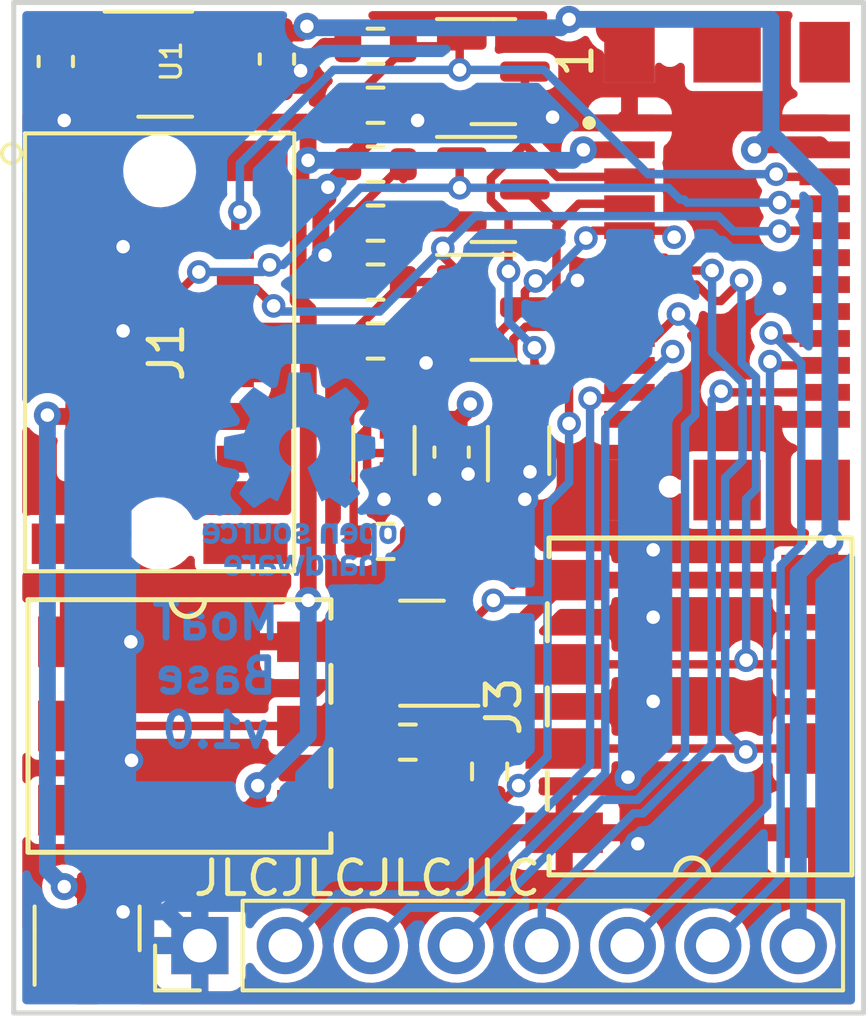
<source format=kicad_pcb>
(kicad_pcb (version 20211014) (generator pcbnew)
  (layers (0 "F.Cu" signal) (31 "B.Cu" signal) (34 "B.Paste" user) (35 "F.Paste" user) (36 "B.SilkS" user "B.Silkscreen") (37 "F.SilkS" user "F.Silkscreen") (38 "B.Mask" user) (39 "F.Mask" user) (44 "Edge.Cuts" user))
  (net 0 "")
  (net 1 "GNDPWR")
  (net 2 "Net-(J2-Pad20)")
  (net 3 "Net-(J2-Pad18)")
  (net 4 "Net-(J2-Pad17)")
  (net 5 "+12V")
  (net 6 "GND")
  (net 7 "+24V")
  (net 8 "+5V")
  (net 9 "+3V3")
  (net 11 "/1wire_3")
  (net 12 "Net-(J2-Pad19)")
  (net 13 "Net-(J2-Pad21)")
  (net 14 "Net-(J2-Pad22)")
  (net 15 "/bus_en")
  (net 16 "Net-(J2-Pad13)")
  (net 18 "Net-(J2-Pad11)")
  (net 19 "/Bus3_out")
  (net 20 "/Bus3_in")
  (net 21 "/Bus2_out")
  (net 22 "/Bus2_in")
  (net 23 "/Bus1_out")
  (net 24 "/Bus1_in")
  (net 25 "/1wire_5")
  (net 26 "Net-(R9-Pad1)")
  (footprint "Resistor_SMD:R_0603_1608Metric" (layer "F.Cu") (at 33.5 22.5 180)
    (fp_text reference "R3" hide)
    (fp_text value "1M" hide)
  )
  (footprint "Connector_PinHeader_2.54mm:PinHeader_1x08_P2.54mm_Vertical" (layer "F.Cu") (at 28.28 49.2 90)
    (fp_text reference "J4" hide)
    (fp_text value "Conn_01x08" hide)
  )
  (footprint "Resistor_SMD:R_0603_1608Metric" (layer "F.Cu") (at 34.46 43.16)
    (fp_text reference "R2" hide)
    (fp_text value "10k")
  )
  (footprint "Package_TO_SOT_SMD:SOT-23-5" (layer "F.Cu") (at 27.25 23.03)
    (fp_text reference "U1")
    (fp_text value "MIC5504")
  )
  (footprint "Package_TO_SOT_SMD:SOT-23" (layer "F.Cu") (at 24.93 48.69 90)
    (fp_text reference "D1" hide)
    (fp_text value "BAT54S")
  )
  (footprint "Resistor_SMD:R_0603_1608Metric" (layer "F.Cu") (at 33.5 29.5 180)
    (fp_text reference "R8" hide)
    (fp_text value "1M")
  )
  (footprint "Capacitor_SMD:C_0603_1608Metric" (layer "F.Cu") (at 30.57 22.88 -90)
    (fp_text reference "C2" hide)
    (fp_text value "1µ")
  )
  (footprint "Resistor_SMD:R_0603_1608Metric" (layer "F.Cu") (at 33.8 37.2)
    (fp_text reference "R9" hide)
    (fp_text value "10k")
  )
  (footprint "Resistor_SMD:R_0603_1608Metric" (layer "F.Cu") (at 33.5 31.25)
    (fp_text reference "R6" hide)
    (fp_text value "470")
  )
  (footprint "localstuff:AVX_9276_3Pin" (layer "F.Cu") (at 27.925 42.68 -90)
    (fp_text reference "J10" hide)
    (fp_text value "1wireConn")
  )
  (footprint "Package_TO_SOT_SMD:SOT-23" (layer "F.Cu") (at 34.88 40.52 180)
    (fp_text reference "Q1" hide)
    (fp_text value "2N7002")
  )
  (footprint "Package_TO_SOT_SMD:SOT-23" (layer "F.Cu") (at 37 26.75)
    (fp_text reference "Q3" hide)
    (fp_text value "2N7002")
  )
  (footprint "Package_TO_SOT_SMD:SOT-23" (layer "F.Cu") (at 37 23.25)
    (fp_text reference "Q2" hide)
    (fp_text value "2N7002")
  )
  (footprint "localstuff:MoaT_12_Pin_V" (layer "F.Cu") (at 27.085 31.585 -90)
    (fp_text reference "J1")
    (fp_text value "Moat_Wire_12" hide)
  )
  (footprint "Package_DFN_QFN:ST_UQFN-6L_1.5x1.7mm_Pitch0.5mm" (layer "F.Cu") (at 37.75 34.5 90)
    (fp_text reference "U2" hide)
    (fp_text value "LTC4311" hide)
  )
  (footprint "Resistor_SMD:R_0603_1608Metric" (layer "F.Cu") (at 36.89 44.03 -90)
    (fp_text reference "R1" hide)
    (fp_text value "10k")
  )
  (footprint "localstuff:TE_1775014_socket" (layer "F.Cu") (at 43.945 29.175 -90)
    (fp_text reference "J2" hide)
    (fp_text value "Moat_Bus_wire" hide)
  )
  (footprint "Capacitor_SMD:C_0603_1608Metric" (layer "F.Cu") (at 24 22.95 -90)
    (fp_text reference "C1" hide)
    (fp_text value "1µ" hide)
  )
  (footprint "Resistor_SMD:R_0603_1608Metric" (layer "F.Cu") (at 33.5 27.75)
    (fp_text reference "R5" hide)
    (fp_text value "470")
  )
  (footprint "Package_TO_SOT_SMD:SOT-23" (layer "F.Cu") (at 37 30.25)
    (fp_text reference "Q4" hide)
    (fp_text value "2N7002")
  )
  (footprint "localstuff:AVX_9276_4Pin_HS" (layer "F.Cu") (at 42.905 42.1 90)
    (fp_text reference "J3")
    (fp_text value "I2C")
  )
  (footprint "Package_DFN_QFN:ST_UQFN-6L_1.5x1.7mm_Pitch0.5mm" (layer "F.Cu") (at 33.75 34.5 90)
    (fp_text reference "U3" hide)
    (fp_text value "LTC4311" hide)
  )
  (footprint "Capacitor_SMD:C_0603_1608Metric" (layer "F.Cu") (at 35.76 34.55 -90)
    (fp_text reference "C3" hide)
    (fp_text value "100n")
  )
  (footprint "Resistor_SMD:R_0603_1608Metric" (layer "F.Cu") (at 33.5 24.25)
    (fp_text reference "R7" hide)
    (fp_text value "470")
  )
  (footprint "Resistor_SMD:R_0603_1608Metric" (layer "F.Cu") (at 33.5 26 180)
    (fp_text reference "R4" hide)
    (fp_text value "1M")
  )
  (footprint "Symbol:OSHW-Logo_5.7x6mm_Copper" (layer "B.Cu") (at 31.25 35.2 180)
    (fp_text reference "REF**" hide)
    (fp_text value "OSHW-Logo_5.7x6mm_Copper" hide)
  )
  (gr_line (start 48 21.2) (end 48 51.2) (layer "Edge.Cuts") (width 0.15))
  (gr_line (start 48 51.2) (end 22.75 51.2) (layer "Edge.Cuts") (width 0.15))
  (gr_line (start 22.75 51.2) (end 22.75 21.2) (layer "Edge.Cuts") (width 0.15))
  (gr_line (start 22.75 21.2) (end 48 21.2) (layer "Edge.Cuts") (width 0.15))
  (gr_text "MoaT\nBase\nv1.0" (at 28.75 41.2) (layer "B.Cu") (effects (font (size 1 1) (thickness 0.2)) (justify mirror)))
  (gr_text "JLCJLCJLCJLC" (at 33.25 47.2) (layer "F.SilkS") (effects (font (size 1 1))))
  (segment (start 23.79 33.49) (end 23.75 33.45) (width 0.5) (layer "F.Cu") (net 1))
  (segment (start 24.835 33.49) (end 23.79 33.49) (width 0.5) (layer "F.Cu") (net 1))
  (segment (start 24.25 47.45) (end 24.6275 47.45) (width 0.5) (layer "F.Cu") (net 1))
  (segment (start 24.6275 47.45) (end 24.93 47.7525) (width 0.5) (layer "F.Cu") (net 1))
  (via (at 23.75 33.45) (size 0.8) (drill 0.4) (layers "F.Cu" "B.Cu") (net 1))
  (via (at 24.25 47.45) (size 0.8) (drill 0.4) (layers "F.Cu" "B.Cu") (net 1))
  (segment (start 23.75 46.95) (end 24.25 47.45) (width 0.5) (layer "B.Cu") (net 1))
  (segment (start 23.75 33.45) (end 23.75 46.95) (width 0.5) (layer "B.Cu") (net 1))
  (segment (start 46.845 31.975) (end 45.33316 31.975) (width 0.25) (layer "F.Cu") (net 2))
  (segment (start 45.33316 31.975) (end 45.219435 31.861275) (width 0.25) (layer "F.Cu") (net 2))
  (via (at 45.219435 31.861275) (size 0.7) (drill 0.4) (layers "F.Cu" "B.Cu") (net 2))
  (segment (start 45.135978 45.044022) (end 45.13598 37.757256) (width 0.25) (layer "B.Cu") (net 2))
  (segment (start 40.98 49.2) (end 45.135978 45.044022) (width 0.25) (layer "B.Cu") (net 2))
  (segment (start 45.219435 37.673802) (end 45.219435 31.861275) (width 0.25) (layer "B.Cu") (net 2))
  (segment (start 45.13598 37.757256) (end 45.219435 37.673802) (width 0.25) (layer "B.Cu") (net 2))
  (segment (start 46.845 31.175) (end 45.417411 31.175) (width 0.25) (layer "F.Cu") (net 3))
  (segment (start 45.417411 31.175) (end 45.254183 31.011772) (width 0.25) (layer "F.Cu") (net 3))
  (via (at 45.254183 31.011772) (size 0.7) (drill 0.4) (layers "F.Cu" "B.Cu") (net 3))
  (segment (start 46.14951 37.30872) (end 46.14951 31.907099) (width 0.25) (layer "B.Cu") (net 3))
  (segment (start 43.52 49.2) (end 45.535489 47.184511) (width 0.25) (layer "B.Cu") (net 3))
  (segment (start 45.53549 37.92274) (end 46.14951 37.30872) (width 0.25) (layer "B.Cu") (net 3))
  (segment (start 45.535489 47.184511) (end 45.53549 37.92274) (width 0.25) (layer "B.Cu") (net 3))
  (segment (start 46.14951 31.907099) (end 45.254183 31.011772) (width 0.25) (layer "B.Cu") (net 3))
  (segment (start 41.775 31.175) (end 42.5 30.45) (width 0.25) (layer "F.Cu") (net 4))
  (segment (start 41.045 31.175) (end 41.775 31.175) (width 0.25) (layer "F.Cu") (net 4))
  (via (at 42.5 30.45) (size 0.7) (drill 0.4) (layers "F.Cu" "B.Cu") (net 4))
  (segment (start 43 30.95) (end 42.5 30.45) (width 0.25) (layer "B.Cu") (net 4))
  (segment (start 40.225499 44.874501) (end 41.279389 44.874501) (width 0.25) (layer "B.Cu") (net 4))
  (segment (start 42.695011 43.458879) (end 42.695011 33.754989) (width 0.25) (layer "B.Cu") (net 4))
  (segment (start 35.9 49.2) (end 40.225499 44.874501) (width 0.25) (layer "B.Cu") (net 4))
  (segment (start 43 33.45) (end 43 30.95) (width 0.25) (layer "B.Cu") (net 4))
  (segment (start 42.695011 33.754989) (end 43 33.45) (width 0.25) (layer "B.Cu") (net 4))
  (segment (start 41.279389 44.874501) (end 42.695011 43.458879) (width 0.25) (layer "B.Cu") (net 4))
  (segment (start 34.8 31.25) (end 36.0125 31.25) (width 0.5) (layer "F.Cu") (net 6))
  (segment (start 42.625 33.575) (end 41.045 33.575) (width 0.5) (layer "F.Cu") (net 6))
  (segment (start 41.35 45.85) (end 41.35 46.118882) (width 0.5) (layer "F.Cu") (net 6))
  (segment (start 24 24.45) (end 24.25 24.7) (width 0.5) (layer "F.Cu") (net 6))
  (segment (start 32.675 22.5) (end 31.996112 22.5) (width 0.5) (layer "F.Cu") (net 6))
  (segment (start 27.27 32.22) (end 26 30.95) (width 0.5) (layer "F.Cu") (net 6))
  (segment (start 32.675 29.5) (end 32.675 29.4) (width 0.5) (layer "F.Cu") (net 6))
  (segment (start 26.23 40.18) (end 24.375 40.18) (width 0.5) (layer "F.Cu") (net 6))
  (segment (start 26 28.45) (end 24.875 28.45) (width 0.5) (layer "F.Cu") (net 6))
  (segment (start 42.625 32.569153) (end 45.503947 29.690206) (width 0.5) (layer "F.Cu") (net 6))
  (segment (start 32.084011 26.684766) (end 32.084011 27.01814) (width 0.5) (layer "F.Cu") (net 6))
  (segment (start 25.88 49.6275) (end 25.88 48.32) (width 0.5) (layer "F.Cu") (net 6))
  (segment (start 46.845 24.775) (end 41.045 24.775) (width 0.5) (layer "F.Cu") (net 6))
  (segment (start 32.675 29.5) (end 32.675 29.375) (width 0.5) (layer "F.Cu") (net 6))
  (segment (start 34.325 24.25) (end 34.325 24.275) (width 0.5) (layer "F.Cu") (net 6))
  (segment (start 33.75 35.15) (end 33.75 35.95) (width 0.25) (layer "F.Cu") (net 6))
  (segment (start 41.35 46.118882) (end 41.291832 46.17705) (width 0.5) (layer "F.Cu") (net 6))
  (segment (start 38.931855 24.775) (end 38.760852 24.603997) (width 0.5) (layer "F.Cu") (net 6))
  (segment (start 24.875 28.45) (end 24.835 28.41) (width 0.5) (layer "F.Cu") (net 6))
  (segment (start 34.325 24.275) (end 34.75 24.7) (width 0.5) (layer "F.Cu") (net 6))
  (segment (start 43.551468 33.824529) (end 43.535497 33.840501) (width 0.25) (layer "F.Cu") (net 6))
  (segment (start 35.25 35.15) (end 35.25 35.95) (width 0.25) (layer "F.Cu") (net 6))
  (segment (start 31.475 40.18) (end 31.475 40.0325) (width 0.5) (layer "F.Cu") (net 6))
  (segment (start 35.25 35.95) (end 35.5 35.95) (width 0.25) (layer "F.Cu") (net 6))
  (segment (start 45.619153 29.575) (end 45.503947 29.690206) (width 0.25) (layer "F.Cu") (net 6))
  (segment (start 46.845 29.575) (end 45.619153 29.575) (width 0.5) (layer "F.Cu") (net 6))
  (segment (start 32.675 26.093777) (end 32.084011 26.684766) (width 0.5) (layer "F.Cu") (net 6))
  (segment (start 31.475 40.18) (end 31.645 40.18) (width 0.5) (layer "F.Cu") (net 6))
  (segment (start 35.75 35.15) (end 36.2 35.15) (width 0.25) (layer "F.Cu") (net 6))
  (segment (start 41.045 24.775) (end 40.920499 24.650499) (width 0.5) (layer "F.Cu") (net 6))
  (segment (start 24.695 23.03) (end 26.1125 23.03) (width 0.5) (layer "F.Cu") (net 6))
  (segment (start 35.5625 24.7) (end 36.0625 24.2) (width 0.5) (layer "F.Cu") (net 6))
  (segment (start 41.045 24.775) (end 38.931855 24.775) (width 0.5) (layer "F.Cu") (net 6))
  (segment (start 41 44.2) (end 41 45.885218) (width 0.5) (layer "F.Cu") (net 6))
  (segment (start 30.57 23.655) (end 30.841112 23.655) (width 0.5) (layer "F.Cu") (net 6))
  (segment (start 31.996112 22.5) (end 31.273056 23.223056) (width 0.5) (layer "F.Cu") (net 6))
  (segment (start 38.25 35.15) (end 38.233419 35.133419) (width 0.25) (layer "F.Cu") (net 6))
  (segment (start 41.75 37.45) (end 41.5 37.2) (width 0.5) (layer "F.Cu") (net 6))
  (segment (start 46.845 33.575) (end 42.625 33.575) (width 0.5) (layer "F.Cu") (net 6))
  (segment (start 34.625 36.575) (end 35.25 35.95) (width 0.5) (layer "F.Cu") (net 6))
  (segment (start 32.675 26) (end 32.675 26.093777) (width 0.5) (layer "F.Cu") (net 6))
  (segment (start 32.675 29.4) (end 34.325 27.75) (width 0.5) (layer "F.Cu") (net 6))
  (segment (start 29.335 32.22) (end 27.27 32.22) (width 0.5) (layer "F.Cu") (net 6))
  (segment (start 36.0125 31.25) (end 36.0625 31.2) (width 0.5) (layer "F.Cu") (net 6))
  (segment (start 31.87548 27.226671) (end 31.87548 28.57548) (width 0.5) (layer "F.Cu") (net 6))
  (segment (start 32.675 26) (end 32.675 25.9) (width 0.5) (layer "F.Cu") (net 6))
  (segment (start 36.2 35.15) (end 36.25 35.2) (width 0.25) (layer "F.Cu") (net 6))
  (segment (start 34.325 27.75) (end 36.0125 27.75) (width 0.5) (layer "F.Cu") (net 6))
  (segment (start 39.1845 37.2) (end 37.9345 35.95) (width 0.5) (layer "F.Cu") (net 6))
  (segment (start 39.105 45.85) (end 41.35 45.85) (width 0.5) (layer "F.Cu") (net 6))
  (segment (start 37.75 35.15) (end 37.75 35.7655) (width 0.25) (layer "F.Cu") (net 6))
  (segment (start 41.5 37.2) (end 39.1845 37.2) (width 0.5) (layer "F.Cu") (net 6))
  (segment (start 26 30.95) (end 24.835 30.95) (width 0.5) (layer "F.Cu") (net 6))
  (segment (start 34.75 24.7) (end 35.5625 24.7) (width 0.5) (layer "F.Cu") (net 6))
  (segment (start 35.5 35.95) (end 35.75 35.7) (width 0.25) (layer "F.Cu") (net 6))
  (segment (start 32.084011 27.01814) (end 31.87548 27.226671) (width 0.5) (layer "F.Cu") (net 6))
  (segment (start 32.675 29.375) (end 32 28.7) (width 0.5) (layer "F.Cu") (net 6))
  (segment (start 35.002977 31.452977) (end 35.002977 31.9005) (width 0.5) (layer "F.Cu") (net 6))
  (segment (start 24 23.725) (end 24 24.45) (width 0.5) (layer "F.Cu") (net 6))
  (segment (start 30.841112 23.655) (end 31.273056 23.223056) (width 0.5) (layer "F.Cu") (net 6))
  (segment (start 37.75 35.7655) (end 37.9345 35.95) (width 0.25) (layer "F.Cu") (net 6))
  (segment (start 31.645 40.18) (end 34.625 37.2) (width 0.5) (layer "F.Cu") (net 6))
  (segment (start 34.325 31.25) (end 34.8 31.25) (width 0.5) (layer "F.Cu") (net 6))
  (segment (start 34.625 37.2) (end 34.625 36.575) (width 0.5) (layer "F.Cu") (net 6))
  (segment (start 41.35 45.85) (end 46.605 45.85) (width 0.5) (layer "F.Cu") (net 6))
  (segment (start 38.233419 35.133419) (end 38.089022 35.133419) (width 0.25) (layer "F.Cu") (net 6))
  (segment (start 34.8 31.25) (end 35.002977 31.452977) (width 0.5) (layer "F.Cu") (net 6))
  (segment (start 25.88 48.32) (end 26 48.2) (width 0.5) (layer "F.Cu") (net 6))
  (segment (start 31.475 40.18) (end 26.23 40.18) (width 0.5) (layer "F.Cu") (net 6))
  (segment (start 31.87548 28.57548) (end 32 28.7) (width 0.5) (layer "F.Cu") (net 6))
  (segment (start 32.675 25.9) (end 34.325 24.25) (width 0.5) (layer "F.Cu") (net 6))
  (segment (start 42.625 33.575) (end 42.625 32.569153) (width 0.5) (layer "F.Cu") (net 6))
  (segment (start 23.98 49.6275) (end 25.88 49.6275) (width 0.5) (layer "F.Cu") (net 6))
  (segment (start 41 45.885218) (end 41.291832 46.17705) (width 0.5) (layer "F.Cu") (net 6))
  (segment (start 36.0125 27.75) (end 36.0625 27.7) (width 0.5) (layer "F.Cu") (net 6))
  (segment (start 24 23.725) (end 24.695 23.03) (width 0.5) (layer "F.Cu") (net 6))
  (via (at 41 44.2) (size 0.8) (drill 0.4) (layers "F.Cu" "B.Cu") (net 6))
  (via (at 36.25 35.2) (size 0.7) (drill 0.4) (layers "F.Cu" "B.Cu") (net 6))
  (via (at 39.5 29.45) (size 0.7) (drill 0.4) (layers "F.Cu" "B.Cu") (net 6))
  (via (at 33.75 35.95) (size 0.8) (drill 0.4) (layers "F.Cu" "B.Cu") (net 6))
  (via (at 32.084011 26.684766) (size 0.8) (drill 0.4) (layers "F.Cu" "B.Cu") (net 6))
  (via (at 41.75 39.45) (size 0.7) (drill 0.4) (layers "F.Cu" "B.Cu") (net 6))
  (via (at 37.9345 35.95) (size 0.8) (drill 0.4) (layers "F.Cu" "B.Cu") (net 6))
  (via (at 26.23 40.18) (size 0.8) (drill 0.4) (layers "F.Cu" "B.Cu") (net 6))
  (via (at 35.25 35.95) (size 0.8) (drill 0.4) (layers "F.Cu" "B.Cu") (net 6))
  (via (at 35.002977 31.9005) (size 0.8) (drill 0.4) (layers "F.Cu" "B.Cu") (net 6))
  (via (at 26 48.2) (size 0.8) (drill 0.4) (layers "F.Cu" "B.Cu") (net 6))
  (via (at 41.291832 46.17705) (size 0.8) (drill 0.4) (layers "F.Cu" "B.Cu") (net 6))
  (via (at 32 28.7) (size 0.8) (drill 0.4) (layers "F.Cu" "B.Cu") (net 6))
  (via (at 26 28.45) (size 0.8) (drill 0.4) (layers "F.Cu" "B.Cu") (net 6))
  (via (at 26.25 43.7) (size 0.7) (drill 0.4) (layers "F.Cu" "B.Cu") (net 6))
  (via (at 41.75 37.45) (size 0.8) (drill 0.4) (layers "F.Cu" "B.Cu") (net 6))
  (via (at 45.503947 29.690206) (size 0.7) (drill 0.4) (layers "F.Cu" "B.Cu") (net 6))
  (via (at 38.089022 35.133419) (size 0.7) (drill 0.4) (layers "F.Cu" "B.Cu") (net 6))
  (via (at 24.25 24.7) (size 0.8) (drill 0.4) (layers "F.Cu" "B.Cu") (net 6))
  (via (at 41.75 41.95) (size 0.7) (drill 0.4) (layers "F.Cu" "B.Cu") (net 6))
  (via (at 31.273056 23.223056) (size 0.8) (drill 0.4) (layers "F.Cu" "B.Cu") (net 6))
  (via (at 34.75 24.7) (size 0.8) (drill 0.4) (layers "F.Cu" "B.Cu") (net 6))
  (via (at 38.760852 24.603997) (size 0.8) (drill 0.4) (layers "F.Cu" "B.Cu") (net 6))
  (via (at 26 30.95) (size 0.8) (drill 0.4) (layers "F.Cu" "B.Cu") (net 6))
  (segment (start 38.022441 35.2) (end 38.089022 35.133419) (width 0.25) (layer "B.Cu") (net 6))
  (segment (start 45.503947 29.274699) (end 44.843022 28.613774) (width 0.5) (layer "B.Cu") (net 6))
  (segment (start 24.78 41.63) (end 26.23 40.18) (width 0.5) (layer "B.Cu") (net 6))
  (segment (start 35.25 42.2) (end 35.25 35.95) (width 0.5) (layer "B.Cu") (net 6))
  (segment (start 39 32.2) (end 35.302477 32.2) (width 0.5) (layer "B.Cu") (net 6))
  (segment (start 38.546112 24.7) (end 38.648056 24.801944) (width 0.5) (layer "B.Cu") (net 6))
  (segment (start 41.75 39.45) (end 41.75 37.45) (width 0.5) (layer "B.Cu") (net 6))
  (segment (start 35.002977 31.9005) (end 35.002977 35.702977) (width 0.5) (layer "B.Cu") (net 6))
  (segment (start 26 30.95) (end 26 28.45) (width 0.5) (layer "B.Cu") (net 6))
  (segment (start 42.655204 28.942265) (end 42.257735 28.942265) (width 0.5) (layer "B.Cu") (net 6))
  (segment (start 36.25 35.2) (end 38.022441 35.2) (width 0.25) (layer "B.Cu") (net 6))
  (segment (start 32.084011 26.684766) (end 31.265234 26.684766) (width 0.5) (layer "B.Cu") (net 6))
  (segment (start 26.23 40.18) (end 26 39.95) (width 0.5) (layer "B.Cu") (net 6))
  (segment (start 44.016819 28.613774) (end 43.776448 28.373403) (width 0.5) (layer "B.Cu") (net 6))
  (segment (start 35.002977 35.702977) (end 35.25 35.95) (width 0.5) (layer "B.Cu") (net 6))
  (segment (start 26 39.95) (end 26 30.95) (width 0.5) (layer "B.Cu") (net 6))
  (segment (start 24.25 24.7) (end 24.25 26.7) (width 0.5) (layer "B.Cu") (net 6))
  (segment (start 43.120501 28.476968) (end 42.655204 28.942265) (width 0.5) (layer "B.Cu") (net 6))
  (segment (start 26.25 28.2) (end 26 28.45) (width 0.5) (layer "B.Cu") (net 6))
  (segment (start 43.120501 28.40844) (end 43.120501 28.476968) (width 0.5) (layer "B.Cu") (net 6))
  (segment (start 27.28 48.2) (end 27.529511 47.950489) (width 0.5) (layer "B.Cu") (net 6))
  (segment (start 24.25 26.7) (end 26 28.45) (width 0.5) (layer "B.Cu") (net 6))
  (segment (start 41.75 41.95) (end 41.75 43.45) (width 0.5) (layer "B.Cu") (net 6))
  (segment (start 42.257735 28.942265) (end 39 32.2) (width 0.5) (layer "B.Cu") (net 6))
  (segment (start 35.25 35.95) (end 37.9345 35.95) (width 0.5) (layer "B.Cu") (net 6))
  (segment (start 27.28 48.2) (end 28.28 49.2) (width 0.5) (layer "B.Cu") (net 6))
  (segment (start 43.776448 28.373403) (end 43.155538 28.373403) (width 0.5) (layer "B.Cu") (net 6))
  (segment (start 35 36.2) (end 35.25 35.95) (width 0.5) (layer "B.Cu") (net 6))
  (segment (start 26 48.2) (end 27.28 48.2) (width 0.5) (layer "B.Cu") (net 6))
  (segment (start 43.155538 28.373403) (end 43.120501 28.40844) (width 0.5) (layer "B.Cu") (net 6))
  (segment (start 44.843022 28.613774) (end 44.016819 28.613774) (width 0.5) (layer "B.Cu") (net 6))
  (segment (start 33.75 35.95) (end 35.25 35.95) (width 0.5) (layer "B.Cu") (net 6))
  (segment (start 34.654388 31.9005) (end 35.002977 31.9005) (width 0.5) (layer "B.Cu") (net 6))
  (segment (start 34.75 24.7) (end 38.546112 24.7) (width 0.5) (layer "B.Cu") (net 6))
  (segment (start 24.25 24.7) (end 29.796112 24.7) (width 0.5) (layer "B.Cu") (net 6))
  (segment (start 35.302477 32.2) (end 35.002977 31.9005) (width 0.5) (layer "B.Cu") (net 6))
  (segment (start 38.089022 35.133419) (end 38.089022 34.650607) (width 0.5) (layer "B.Cu") (net 6))
  (segment (start 29.75 28.2) (end 26.25 28.2) (width 0.5) (layer "B.Cu") (net 6))
  (segment (start 45.503947 29.690206) (end 45.503947 29.274699) (width 0.5) (layer "B.Cu") (net 6))
  (segment (start 41.75 43.45) (end 41 44.2) (width 0.5) (layer "B.Cu") (net 6))
  (segment (start 29.796112 24.7) (end 31.273056 23.223056) (width 0.5) (layer "B.Cu") (net 6))
  (segment (start 41.75 39.45) (end 41.75 41.95) (width 0.5) (layer "B.Cu") (net 6))
  (segment (start 31.265234 26.684766) (end 29.75 28.2) (width 0.5) (layer "B.Cu") (net 6))
  (segment (start 27.529511 47.950489) (end 29.499511 47.950489) (width 0.5) (layer "B.Cu") (net 6))
  (segment (start 29.499511 47.950489) (end 35.25 42.2) (width 0.5) (layer "B.Cu") (net 6))
  (segment (start 31.705 45.41) (end 31.475 45.18) (width 0.5) (layer "F.Cu") (net 8))
  (segment (start 29.335 30.95) (end 29.341282 30.956282) (width 0.5) (layer "F.Cu") (net 8))
  (segment (start 30 44.45) (end 30 44.91) (width 0.5) (layer "F.Cu") (net 8))
  (segment (start 39.674559 25.575) (end 39.674059 25.5745) (width 0.5) (layer "F.Cu") (net 8))
  (segment (start 26.602138 22.08) (end 27.17452 22.652382) (width 0.5) (layer "F.Cu") (net 8))
  (segment (start 31.5 30.95) (end 31.5 30.330666) (width 0.5) (layer "F.Cu") (net 8))
  (segment (start 26.1125 22.08) (end 24.095 22.08) (width 0.5) (layer "F.Cu") (net 8))
  (segment (start 29.73 45.18) (end 24.375 45.18) (width 0.5) (layer "F.Cu") (net 8))
  (segment (start 27.17452 22.652382) (end 27.17452 23.407618) (width 0.5) (layer "F.Cu") (net 8))
  (segment (start 31.200499 30.031165) (end 31.200499 26.983104) (width 0.5) (layer "F.Cu") (net 8))
  (segment (start 31.494977 24.810955) (end 31.494977 25.885266) (width 0.5) (layer "F.Cu") (net 8))
  (segment (start 31.475 45.18) (end 29.73 45.18) (width 0.5) (layer "F.Cu") (net 8))
  (segment (start 27.17452 23.407618) (end 27.17452 24.206658) (width 0.5) (layer "F.Cu") (net 8))
  (segment (start 24.095 22.08) (end 24 22.175) (width 0.5) (layer "F.Cu") (net 8))
  (segment (start 31.5 30.95) (end 31.5 38.95) (width 0.5) (layer "F.Cu") (net 8))
  (segment (start 26.1125 22.08) (end 26.602138 22.08) (width 0.5) (layer "F.Cu") (net 8))
  (segment (start 41.045 25.575) (end 39.674559 25.575) (width 0.5) (layer "F.Cu") (net 8))
  (segment (start 27.17452 23.407618) (end 26.602138 23.98) (width 0.5) (layer "F.Cu") (net 8))
  (segment (start 31.475 45.18) (end 31.615 45.18) (width 0.5) (layer "F.Cu") (net 8))
  (segment (start 31.493718 30.956282) (end 31.5 30.95) (width 0.5) (layer "F.Cu") (net 8))
  (segment (start 31.5 30.330666) (end 31.200499 30.031165) (width 0.5) (layer "F.Cu") (net 8))
  (segment (start 26.602138 23.98) (end 26.1125 23.98) (width 0.5) (layer "F.Cu") (net 8))
  (segment (start 29.341282 30.956282) (end 31.493718 30.956282) (width 0.5) (layer "F.Cu") (net 8))
  (segment (start 27.718351 24.750489) (end 31.434511 24.750489) (width 0.5) (layer "F.Cu") (net 8))
  (segment (start 27.17452 24.206658) (end 27.718351 24.750489) (width 0.5) (layer "F.Cu") (net 8))
  (segment (start 31.284511 26.095732) (end 31.494977 25.885266) (width 0.5) (layer "F.Cu") (net 8))
  (segment (start 31.615 45.18) (end 33.635 43.16) (width 0.5) (layer "F.Cu") (net 8))
  (segment (start 31.434511 24.750489) (end 31.494977 24.810955) (width 0.5) (layer "F.Cu") (net 8))
  (segment (start 31.200499 26.983104) (end 31.284511 26.899092) (width 0.5) (layer "F.Cu") (net 8))
  (segment (start 31.284511 26.899092) (end 31.284511 26.095732) (width 0.5) (layer "F.Cu") (net 8))
  (segment (start 30 44.91) (end 29.73 45.18) (width 0.5) (layer "F.Cu") (net 8))
  (via (at 31.5 38.95) (size 0.8) (drill 0.4) (layers "F.Cu" "B.Cu") (net 8))
  (via (at 31.494977 25.885266) (size 0.8) (drill 0.4) (layers "F.Cu" "B.Cu") (net 8))
  (via (at 30 44.45) (size 0.8) (drill 0.4) (layers "F.Cu" "B.Cu") (net 8))
  (via (at 39.674059 25.5745) (size 0.8) (drill 0.4) (layers "F.Cu" "B.Cu") (net 8))
  (segment (start 39.363293 25.885266) (end 39.674059 25.5745) (width 0.5) (layer "B.Cu") (net 8))
  (segment (start 31.494977 25.885266) (end 39.363293 25.885266) (width 0.5) (layer "B.Cu") (net 8))
  (segment (start 30 44.45) (end 31.5 42.95) (width 0.5) (layer "B.Cu") (net 8))
  (segment (start 31.5 42.95) (end 31.5 38.95) (width 0.5) (layer "B.Cu") (net 8))
  (segment (start 46.605 38.35) (end 44.65 38.35) (width 0.5) (layer "F.Cu") (net 9))
  (segment (start 37.135 36.93) (end 37.135 35.15) (width 0.5) (layer "F.Cu") (net 9))
  (segment (start 46.694511 25.424511) (end 44.908534 25.424511) (width 0.5) (layer "F.Cu") (net 9))
  (segment (start 30.57 22.105) (end 31.261944 22.105) (width 0.5) (layer "F.Cu") (net 9))
  (segment (start 33.25 35.15) (end 33.25 34.675978) (width 0.25) (layer "F.Cu") (net 9))
  (segment (start 47 37.2) (end 47 37.955) (width 0.5) (layer "F.Cu") (net 9))
  (segment (start 34.959511 34.575489) (end 35.76 33.775) (width 0.25) (layer "F.Cu") (net 9))
  (segment (start 47 37.955) (end 46.605 38.35) (width 0.5) (layer "F.Cu") (net 9))
  (segment (start 35.8175 41.47) (end 35.985 41.47) (width 0.5) (layer "F.Cu") (net 9))
  (segment (start 35.985 41.47) (end 39.105 38.35) (width 0.5) (layer "F.Cu") (net 9))
  (segment (start 28.4125 22.105) (end 28.3875 22.08) (width 0.5) (layer "F.Cu") (net 9))
  (segment (start 35.76 33.775) (end 36.31385 33.22115) (width 0.5) (layer "F.Cu") (net 9))
  (segment (start 33.25 34.675978) (end 33.350489 34.575489) (width 0.25) (layer "F.Cu") (net 9))
  (segment (start 36.31385 33.22115) (end 36.31385 33.120056) (width 0.5) (layer "F.Cu") (net 9))
  (segment (start 44.908534 25.424511) (end 44.758545 25.5745) (width 0.5) (layer "F.Cu") (net 9))
  (segment (start 46.845 25.575) (end 46.694511 25.424511) (width 0.5) (layer "F.Cu") (net 9))
  (segment (start 37.25 35.15) (end 37.135 35.15) (width 0.25) (layer "F.Cu") (net 9))
  (segment (start 36.89 43.205) (end 36.89 42.5425) (width 0.5) (layer "F.Cu") (net 9))
  (segment (start 36.89 42.5425) (end 35.8175 41.47) (width 0.5) (layer "F.Cu") (net 9))
  (segment (start 37.135 35.15) (end 35.76 33.775) (width 0.25) (layer "F.Cu") (net 9))
  (segment (start 38.555 38.35) (end 37.135 36.93) (width 0.5) (layer "F.Cu") (net 9))
  (segment (start 33.350489 34.575489) (end 34.959511 34.575489) (width 0.25) (layer "F.Cu") (net 9))
  (segment (start 31.261944 22.105) (end 31.460611 21.906333) (width 0.5) (layer "F.Cu") (net 9))
  (segment (start 30.57 22.105) (end 28.4125 22.105) (width 0.5) (layer "F.Cu") (net 9))
  (segment (start 44.65 38.35) (end 39.105 38.35) (width 0.5) (layer "F.Cu") (net 9))
  (segment (start 39.105 38.35) (end 38.555 38.35) (width 0.5) (layer "F.Cu") (net 9))
  (via (at 47 37.2) (size 0.8) (drill 0.4) (layers "F.Cu" "B.Cu") (net 9))
  (via (at 39.25 21.7) (size 0.8) (drill 0.4) (layers "F.Cu" "B.Cu") (net 9))
  (via (at 36.31385 33.120056) (size 0.8) (drill 0.4) (layers "F.Cu" "B.Cu") (net 9))
  (via (at 44.758545 25.5745) (size 0.8) (drill 0.4) (layers "F.Cu" "B.Cu") (net 9))
  (via (at 31.460611 21.906333) (size 0.8) (drill 0.4) (layers "F.Cu" "B.Cu") (net 9))
  (segment (start 47 26.833044) (end 47 37.2) (width 0.5) (layer "B.Cu") (net 9))
  (segment (start 39.25 21.7) (end 45.25 21.7) (width 0.5) (layer "B.Cu") (net 9))
  (segment (start 31.504278 21.95) (end 31.460611 21.906333) (width 0.5) (layer "B.Cu") (net 9))
  (segment (start 39 21.95) (end 31.504278 21.95) (width 0.5) (layer "B.Cu") (net 9))
  (segment (start 39.25 21.7) (end 39 21.95) (width 0.5) (layer "B.Cu") (net 9))
  (segment (start 45.25 25.083045) (end 47 26.833044) (width 0.5) (layer "B.Cu") (net 9))
  (segment (start 46.06 38.14) (end 47 37.2) (width 0.5) (layer "B.Cu") (net 9))
  (segment (start 45.25 21.7) (end 45.25 25.083045) (width 0.5) (layer "B.Cu") (net 9))
  (segment (start 46.06 49.2) (end 46.06 38.14) (width 0.5) (layer "B.Cu") (net 9))
  (segment (start 45.25 25.083045) (end 44.758545 25.5745) (width 0.5) (layer "B.Cu") (net 9))
  (segment (start 35.8425 39.545) (end 35.8175 39.57) (width 0.25) (layer "F.Cu") (net 11))
  (segment (start 35.8175 39.57) (end 36.38 39.57) (width 0.25) (layer "F.Cu") (net 11))
  (segment (start 36.38 39.57) (end 37 38.95) (width 0.25) (layer "F.Cu") (net 11))
  (segment (start 39.845978 30.375) (end 39.25 30.970978) (width 0.25) (layer "F.Cu") (net 11))
  (segment (start 36.89 44.855) (end 37.345 44.855) (width 0.25) (layer "F.Cu") (net 11))
  (segment (start 41.045 30.375) (end 39.845978 30.375) (width 0.25) (layer "F.Cu") (net 11))
  (segment (start 39.25 30.970978) (end 39.25 33.7) (width 0.25) (layer "F.Cu") (net 11))
  (segment (start 37.345 44.855) (end 37.75 44.45) (width 0.25) (layer "F.Cu") (net 11))
  (via (at 37 38.95) (size 0.7) (drill 0.4) (layers "F.Cu" "B.Cu") (net 11))
  (via (at 37.75 44.45) (size 0.7) (drill 0.4) (layers "F.Cu" "B.Cu") (net 11))
  (via (at 39.25 33.7) (size 0.7) (drill 0.4) (layers "F.Cu" "B.Cu") (net 11))
  (segment (start 38.5 38.95) (end 38.609001 39.059001) (width 0.25) (layer "B.Cu") (net 11))
  (segment (start 38.609001 36.090999) (end 39.25 35.45) (width 0.25) (layer "B.Cu") (net 11))
  (segment (start 39.25 35.45) (end 39.25 33.7) (width 0.25) (layer "B.Cu") (net 11))
  (segment (start 38.609001 39.059001) (end 38.609001 36.090999) (width 0.25) (layer "B.Cu") (net 11))
  (segment (start 37.75 44.45) (end 38.609001 43.590999) (width 0.25) (layer "B.Cu") (net 11))
  (segment (start 38.609001 43.590999) (end 38.609001 39.059001) (width 0.25) (layer "B.Cu") (net 11))
  (segment (start 37 38.95) (end 38.5 38.95) (width 0.25) (layer "B.Cu") (net 11))
  (segment (start 41.045 31.975) (end 41.915046 31.975) (width 0.25) (layer "F.Cu") (net 12))
  (segment (start 41.915046 31.975) (end 42.32755 31.562496) (width 0.25) (layer "F.Cu") (net 12))
  (via (at 42.32755 31.562496) (size 0.7) (drill 0.4) (layers "F.Cu" "B.Cu") (net 12))
  (segment (start 40.325499 44.086739) (end 40.325499 33.564547) (width 0.25) (layer "B.Cu") (net 12))
  (segment (start 40.325499 33.564547) (end 42.32755 31.562496) (width 0.25) (layer "B.Cu") (net 12))
  (segment (start 34.484511 48.075489) (end 36.336749 48.075489) (width 0.25) (layer "B.Cu") (net 12))
  (segment (start 36.336749 48.075489) (end 40.325499 44.086739) (width 0.25) (layer "B.Cu") (net 12))
  (segment (start 33.36 49.2) (end 34.484511 48.075489) (width 0.25) (layer "B.Cu") (net 12))
  (segment (start 40.87 32.95) (end 39.8745 32.95) (width 0.25) (layer "F.Cu") (net 13))
  (segment (start 41.045 32.775) (end 40.87 32.95) (width 0.25) (layer "F.Cu") (net 13))
  (via (at 39.8745 32.95) (size 0.7) (drill 0.4) (layers "F.Cu" "B.Cu") (net 13))
  (segment (start 36.024031 47.675969) (end 39.8745 43.8255) (width 0.25) (layer "B.Cu") (net 13))
  (segment (start 32.344031 47.675969) (end 36.024031 47.675969) (width 0.25) (layer "B.Cu") (net 13))
  (segment (start 39.8745 43.8255) (end 39.8745 32.95) (width 0.25) (layer "B.Cu") (net 13))
  (segment (start 30.82 49.2) (end 32.344031 47.675969) (width 0.25) (layer "B.Cu") (net 13))
  (segment (start 46.845 32.775) (end 43.801502 32.775) (width 0.25) (layer "F.Cu") (net 14))
  (segment (start 43.801502 32.775) (end 43.768228 32.741726) (width 0.25) (layer "F.Cu") (net 14))
  (via (at 43.768228 32.741726) (size 0.7) (drill 0.4) (layers "F.Cu" "B.Cu") (net 14))
  (segment (start 41.444873 45.274011) (end 43.487469 43.231415) (width 0.25) (layer "B.Cu") (net 14))
  (segment (start 43.487469 33.022485) (end 43.768228 32.741726) (width 0.25) (layer "B.Cu") (net 14))
  (segment (start 38.44 49.2) (end 38.44 47.997919) (width 0.25) (layer "B.Cu") (net 14))
  (segment (start 41.163907 45.274012) (end 41.444873 45.274011) (width 0.25) (layer "B.Cu") (net 14))
  (segment (start 38.44 47.997919) (end 41.163907 45.274012) (width 0.25) (layer "B.Cu") (net 14))
  (segment (start 43.487469 43.231415) (end 43.487469 33.022485) (width 0.25) (layer "B.Cu") (net 14))
  (segment (start 39.105 40.85) (end 44.388553 40.85) (width 0.25) (layer "F.Cu") (net 16))
  (segment (start 44.634405 40.85) (end 44.511479 40.727074) (width 0.25) (layer "F.Cu") (net 16))
  (segment (start 43.521562 30.061652) (end 43.762848 30.061652) (width 0.25) (layer "F.Cu") (net 16))
  (segment (start 43.03491 29.575) (end 43.521562 30.061652) (width 0.25) (layer "F.Cu") (net 16))
  (segment (start 46.605 40.85) (end 44.634405 40.85) (width 0.25) (layer "F.Cu") (net 16))
  (segment (start 44.388553 40.85) (end 44.511479 40.727074) (width 0.25) (layer "F.Cu") (net 16))
  (segment (start 43.762848 30.061652) (end 44.3745 29.45) (width 0.25) (layer "F.Cu") (net 16))
  (segment (start 41.045 29.575) (end 43.03491 29.575) (width 0.25) (layer "F.Cu") (net 16))
  (via (at 44.511479 40.727074) (size 0.7) (drill 0.4) (layers "F.Cu" "B.Cu") (net 16))
  (via (at 44.3745 29.45) (size 0.7) (drill 0.4) (layers "F.Cu" "B.Cu") (net 16))
  (segment (start 44.803988 35.646012) (end 44.51148 35.93852) (width 0.25) (layer "B.Cu") (net 16))
  (segment (start 44.803988 35.646012) (end 44.803988 32.329315) (width 0.25) (layer "B.Cu") (net 16))
  (segment (start 44.803988 32.329315) (end 44.3745 31.899827) (width 0.25) (layer "B.Cu") (net 16))
  (segment (start 44.3745 31.899827) (end 44.3745 29.45) (width 0.25) (layer "B.Cu") (net 16))
  (segment (start 44.51148 35.93852) (end 44.511479 40.727074) (width 0.25) (layer "B.Cu") (net 16))
  (segment (start 46.605 43.35) (end 46.6 43.35) (width 0.25) (layer "F.Cu") (net 18))
  (segment (start 44.4 43.35) (end 44.5 43.45) (width 0.25) (layer "F.Cu") (net 18))
  (segment (start 46.6 43.35) (end 46.5 43.45) (width 0.25) (layer "F.Cu") (net 18))
  (segment (start 43.15 43.35) (end 46.605 43.35) (width 0.25) (layer "F.Cu") (net 18))
  (segment (start 41.045 28.775) (end 42.096308 28.775) (width 0.25) (layer "F.Cu") (net 18))
  (segment (start 42.096308 28.775) (end 42.478475 29.157167) (width 0.25) (layer "F.Cu") (net 18))
  (segment (start 42.478475 29.157167) (end 43.500256 29.157167) (width 0.25) (layer "F.Cu") (net 18))
  (segment (start 39.105 43.35) (end 43.15 43.35) (width 0.25) (layer "F.Cu") (net 18))
  (segment (start 43.15 43.35) (end 44.4 43.35) (width 0.25) (layer "F.Cu") (net 18))
  (via (at 44.5 43.45) (size 0.7) (drill 0.4) (layers "F.Cu" "B.Cu") (net 18))
  (via (at 43.500256 29.157167) (size 0.7) (drill 0.4) (layers "F.Cu" "B.Cu") (net 18))
  (segment (start 44.404478 34.795522) (end 43.886979 35.313021) (width 0.25) (layer "B.Cu") (net 18))
  (segment (start 43.500256 29.157167) (end 43.500256 31.590577) (width 0.25) (layer "B.Cu") (net 18))
  (segment (start 43.500256 31.590577) (end 44.404478 32.494799) (width 0.25) (layer "B.Cu") (net 18))
  (segment (start 43.886979 42.836979) (end 44.5 43.45) (width 0.25) (layer "B.Cu") (net 18))
  (segment (start 44.404478 32.494799) (end 44.404478 34.795522) (width 0.25) (layer "B.Cu") (net 18))
  (segment (start 43.886979 35.313021) (end 43.886979 42.836979) (width 0.25) (layer "B.Cu") (net 18))
  (segment (start 46.845 27.975) (end 45.514206 27.975) (width 0.25) (layer "F.Cu") (net 19))
  (segment (start 32.675 31.25) (end 32.55 31.25) (width 0.25) (layer "F.Cu") (net 19))
  (segment (start 29.335 29.68) (end 29.945082 29.68) (width 0.25) (layer "F.Cu") (net 19))
  (segment (start 35.5 28.7375) (end 36.0625 29.3) (width 0.25) (layer "F.Cu") (net 19))
  (segment (start 34.325 29.5) (end 35.8625 29.5) (width 0.25) (layer "F.Cu") (net 19))
  (segment (start 45.514206 27.975) (end 45.499769 27.989437) (width 0.25) (layer "F.Cu") (net 19))
  (segment (start 32.675 31.15) (end 34.325 29.5) (width 0.25) (layer "F.Cu") (net 19))
  (segment (start 35.5 28.4995) (end 35.5 28.7375) (width 0.25) (layer "F.Cu") (net 19))
  (segment (start 29.945082 29.68) (end 30.471863 30.206781) (width 0.25) (layer "F.Cu") (net 19))
  (segment (start 32.675 31.25) (end 32.675 31.15) (width 0.25) (layer "F.Cu") (net 19))
  (segment (start 35.8625 29.5) (end 36.0625 29.3) (width 0.25) (layer "F.Cu") (net 19))
  (via (at 35.5 28.4995) (size 0.7) (drill 0.4) (layers "F.Cu" "B.Cu") (net 19))
  (via (at 30.471863 30.206781) (size 0.7) (drill 0.4) (layers "F.Cu" "B.Cu") (net 19))
  (via (at 45.499769 27.989437) (size 0.7) (drill 0.4) (layers "F.Cu" "B.Cu") (net 19))
  (segment (start 33.624999 30.374501) (end 30.639583 30.374501) (width 0.25) (layer "B.Cu") (net 19))
  (segment (start 30.639583 30.374501) (end 30.471863 30.206781) (width 0.25) (layer "B.Cu") (net 19))
  (segment (start 44.134252 27.989437) (end 43.686828 27.542013) (width 0.25) (layer "B.Cu") (net 19))
  (segment (start 36.457487 27.542013) (end 35.5 28.4995) (width 0.25) (layer "B.Cu") (net 19))
  (segment (start 43.686828 27.542013) (end 36.457487 27.542013) (width 0.25) (layer "B.Cu") (net 19))
  (segment (start 35.5 28.4995) (end 33.624999 30.374501) (width 0.25) (layer "B.Cu") (net 19))
  (segment (start 45.499769 27.989437) (end 44.134252 27.989437) (width 0.25) (layer "B.Cu") (net 19))
  (segment (start 37.9375 29.779651) (end 38.250999 29.466152) (width 0.25) (layer "F.Cu") (net 20))
  (segment (start 42.179487 27.975) (end 42.371 28.166513) (width 0.25) (layer "F.Cu") (net 20))
  (segment (start 37.196011 30.991489) (end 37.9375 30.25) (width 0.25) (layer "F.Cu") (net 20))
  (segment (start 36.551828 32.2) (end 37.196011 31.555817) (width 0.25) (layer "F.Cu") (net 20))
  (segment (start 41.045 27.975) (end 39.967765 27.975) (width 0.25) (layer "F.Cu") (net 20))
  (segment (start 41.045 27.975) (end 42.179487 27.975) (width 0.25) (layer "F.Cu") (net 20))
  (segment (start 37.196011 31.555817) (end 37.196011 30.991489) (width 0.25) (layer "F.Cu") (net 20))
  (segment (start 34.25 33.85) (end 35.9 32.2) (width 0.25) (layer "F.Cu") (net 20))
  (segment (start 35.9 32.2) (end 36.551828 32.2) (width 0.25) (layer "F.Cu") (net 20))
  (segment (start 39.967765 27.975) (end 39.75 28.192765) (width 0.25) (layer "F.Cu") (net 20))
  (segment (start 37.9375 30.25) (end 37.9375 29.779651) (width 0.25) (layer "F.Cu") (net 20))
  (via (at 39.75 28.192765) (size 0.7) (drill 0.4) (layers "F.Cu" "B.Cu") (net 20))
  (via (at 42.371 28.166513) (size 0.7) (drill 0.4) (layers "F.Cu" "B.Cu") (net 20))
  (via (at 38.250999 29.466152) (size 0.7) (drill 0.4) (layers "F.Cu" "B.Cu") (net 20))
  (segment (start 42.421245 28.166513) (end 42.371 28.166513) (width 0.25) (layer "B.Cu") (net 20))
  (segment (start 42.447497 28.192765) (end 42.421245 28.166513) (width 0.25) (layer "B.Cu") (net 20))
  (segment (start 38.555909 29.468636) (end 39.75 28.274545) (width 0.25) (layer "B.Cu") (net 20))
  (segment (start 39.75 28.274545) (end 39.75 28.192765) (width 0.25) (layer "B.Cu") (net 20))
  (segment (start 32.675 27.75) (end 32.675 27.65) (width 0.25) (layer "F.Cu") (net 21))
  (segment (start 34.325 26.439993) (end 34.325 26) (width 0.25) (layer "F.Cu") (net 21))
  (segment (start 34.325 26) (end 35.8625 26) (width 0.25) (layer "F.Cu") (net 21))
  (segment (start 35.8625 26) (end 36.0625 25.8) (width 0.25) (layer "F.Cu") (net 21))
  (segment (start 32.675 27.65) (end 34.325 26) (width 0.25) (layer "F.Cu") (net 21))
  (segment (start 36 26.7) (end 36 25.8625) (width 0.25) (layer "F.Cu") (net 21))
  (segment (start 45.539786 27.175) (end 45.504735 27.139949) (width 0.25) (layer "F.Cu") (net 21))
  (segment (start 46.845 27.175) (end 45.539786 27.175) (width 0.25) (layer "F.Cu") (net 21))
  (segment (start 36 25.8625) (end 36.0625 25.8) (width 0.25) (layer "F.Cu") (net 21))
  (segment (start 24.835 29.68) (end 27.77 29.68) (width 0.25) (layer "F.Cu") (net 21))
  (segment (start 27.77 29.68) (end 28.25 29.2) (width 0.25) (layer "F.Cu") (net 21))
  (via (at 30.351372 28.988882) (size 0.7) (drill 0.4) (layers "F.Cu" "B.Cu") (net 21))
  (via (at 36 26.7) (size 0.7) (drill 0.4) (layers "F.Cu" "B.Cu") (net 21))
  (via (at 45.504735 27.139949) (size 0.7) (drill 0.4) (layers "F.Cu" "B.Cu") (net 21))
  (via (at 28.25 29.2) (size 0.7) (drill 0.4) (layers "F.Cu" "B.Cu") (net 21))
  (segment (start 36 26.7) (end 42.198172 26.7) (width 0.25) (layer "B.Cu") (net 21))
  (segment (start 42.198172 26.7) (end 42.548662 27.05049) (width 0.25) (layer "B.Cu") (net 21))
  (segment (start 30.757228 28.988882) (end 30.351372 28.988882) (width 0.25) (layer "B.Cu") (net 21))
  (segment (start 42.754943 27.139949) (end 45.504735 27.139949) (width 0.25) (layer "B.Cu") (net 21))
  (segment (start 33.04611 26.7) (end 30.757228 28.988882) (width 0.25) (layer "B.Cu") (net 21))
  (segment (start 28.25 29.2) (end 30.140254 29.2) (width 0.25) (layer "B.Cu") (net 21))
  (segment (start 36 26.7) (end 33.04611 26.7) (width 0.25) (layer "B.Cu") (net 21))
  (segment (start 42.548662 27.05049) (end 42.665484 27.05049) (width 0.25) (layer "B.Cu") (net 21))
  (segment (start 30.140254 29.2) (end 30.351372 28.988882) (width 0.25) (layer "B.Cu") (net 21))
  (segment (start 42.665484 27.05049) (end 42.754943 27.139949) (width 0.25) (layer "B.Cu") (net 21))
  (segment (start 38.94952 27.76202) (end 37.9375 26.75) (width 0.25) (layer "F.Cu") (net 22))
  (segment (start 37.595522 32.954478) (end 37.595522 31.191822) (width 0.25) (layer "F.Cu") (net 22))
  (segment (start 37.25 33.85) (end 37.25 33.3) (width 0.25) (layer "F.Cu") (net 22))
  (segment (start 37.9375 26.75) (end 38.3625 27.175) (width 0.25) (layer "F.Cu") (net 22))
  (segment (start 38.94952 30.617301) (end 38.94952 29.782699) (width 0.25) (layer "F.Cu") (net 22))
  (segment (start 38.875499 27.836041) (end 38.94952 27.76202) (width 0.25) (layer "F.Cu") (net 22))
  (segment (start 37.25 33.3) (end 37.595522 32.954478) (width 0.25) (layer "F.Cu") (net 22))
  (segment (start 38.875499 29.708678) (end 38.875499 27.836041) (width 0.25) (layer "F.Cu") (net 22))
  (segment (start 37.961345 30.825999) (end 38.740822 30.825999) (width 0.25) (layer "F.Cu") (net 22))
  (segment (start 39.53654 27.175) (end 38.94952 27.76202) (width 0.25) (layer "F.Cu") (net 22))
  (segment (start 37.595522 31.191822) (end 37.961345 30.825999) (width 0.25) (layer "F.Cu") (net 22))
  (segment (start 41.045 27.175) (end 39.53654 27.175) (width 0.25) (layer "F.Cu") (net 22))
  (segment (start 38.94952 29.782699) (end 38.875499 29.708678) (width 0.25) (layer "F.Cu") (net 22))
  (segment (start 38.740822 30.825999) (end 38.94952 30.617301) (width 0.25) (layer "F.Cu") (net 22))
  (segment (start 29.335 27.555046) (end 29.470023 27.420023) (width 0.25) (layer "F.Cu") (net 23))
  (segment (start 45.482001 26.375) (end 45.403501 26.2965) (width 0.25) (layer "F.Cu") (net 23))
  (segment (start 35.8625 22.5) (end 36.0625 22.3) (width 0.25) (layer "F.Cu") (net 23))
  (segment (start 46.845 26.375) (end 45.482001 26.375) (width 0.25) (layer "F.Cu") (net 23))
  (segment (start 34.325 22.5) (end 34.325 22.6) (width 0.25) (layer "F.Cu") (net 23))
  (segment (start 29.335 28.41) (end 29.335 27.555046) (width 0.25) (layer "F.Cu") (net 23))
  (segment (start 34.325 22.5) (end 35.8625 22.5) (width 0.25) (layer "F.Cu") (net 23))
  (segment (start 36 22.3625) (end 36.0625 22.3) (width 0.25) (layer "F.Cu") (net 23))
  (segment (start 36 23.2) (end 36 22.3625) (width 0.25) (layer "F.Cu") (net 23))
  (segment (start 32.675 24.25) (end 32.45 24.25) (width 0.25) (layer "F.Cu") (net 23))
  (segment (start 36.2125 22.45) (end 36.0625 22.3) (width 0.25) (layer "F.Cu") (net 23))
  (segment (start 34.325 22.6) (end 32.675 24.25) (width 0.25) (layer "F.Cu") (net 23))
  (via (at 36 23.2) (size 0.7) (drill 0.4) (layers "F.Cu" "B.Cu") (net 23))
  (via (at 29.470023 27.420023) (size 0.7) (drill 0.4) (layers "F.Cu" "B.Cu") (net 23))
  (via (at 45.403501 26.2965) (size 0.7) (drill 0.4) (layers "F.Cu" "B.Cu") (net 23))
  (segment (start 29.470023 25.979977) (end 29.470023 27.420023) (width 0.25) (layer "B.Cu") (net 23))
  (segment (start 41.5965 26.2965) (end 38.75 23.45) (width 0.25) (layer "B.Cu") (net 23))
  (segment (start 41.8465 26.2965) (end 41.5965 26.2965) (width 0.25) (layer "B.Cu") (net 23))
  (segment (start 45.403501 26.2965) (end 42.5965 26.2965) (width 0.25) (layer "B.Cu") (net 23))
  (segment (start 42.5965 26.2965) (end 41.8465 26.2965) (width 0.25) (layer "B.Cu") (net 23))
  (segment (start 36 23.2) (end 32.25 23.2) (width 0.25) (layer "B.Cu") (net 23))
  (segment (start 38.5 23.2) (end 36 23.2) (width 0.25) (layer "B.Cu") (net 23))
  (segment (start 38.75 23.45) (end 38.5 23.2) (width 0.25) (layer "B.Cu") (net 23))
  (segment (start 32.25 23.2) (end 29.470023 25.979977) (width 0.25) (layer "B.Cu") (net 23))
  (segment (start 45.356002 26.249001) (end 45.403501 26.2965) (width 0.25) (layer "B.Cu") (net 23))
  (segment (start 38.25 31.95) (end 38.220023 31.920023) (width 0.25) (layer "F.Cu") (net 24))
  (segment (start 38.25 33.85) (end 38.25 31.95) (width 0.25) (layer "F.Cu") (net 24))
  (segment (start 41.045 26.375) (end 38.900361 26.375) (width 0.25) (layer "F.Cu") (net 24))
  (segment (start 37.9375 25.045278) (end 37.9375 23.25) (width 0.25) (layer "F.Cu") (net 24))
  (segment (start 37.450293 27.600654) (end 37.450293 29.182384) (width 0.25) (layer "F.Cu") (net 24))
  (segment (start 36.92548 26.424159) (end 36.92548 27.075841) (width 0.25) (layer "F.Cu") (net 24))
  (segment (start 36.92548 27.075841) (end 37.450293 27.600654) (width 0.25) (layer "F.Cu") (net 24))
  (segment (start 37.9375 25.412139) (end 37.9375 25.045278) (width 0.25) (layer "F.Cu") (net 24))
  (segment (start 38.900361 26.375) (end 37.9375 25.412139) (width 0.25) (layer "F.Cu") (net 24))
  (segment (start 37.9375 25.412139) (end 36.92548 26.424159) (width 0.25) (layer "F.Cu") (net 24))
  (segment (start 38.220023 31.920023) (end 38.220023 31.4505) (width 0.25) (layer "F.Cu") (net 24))
  (via (at 37.450293 29.182384) (size 0.7) (drill 0.4) (layers "F.Cu" "B.Cu") (net 24))
  (via (at 38.220023 31.4505) (size 0.7) (drill 0.4) (layers "F.Cu" "B.Cu") (net 24))
  (segment (start 37.450293 30.68077) (end 37.450293 29.182384) (width 0.25) (layer "B.Cu") (net 24))
  (segment (start 38.220023 31.4505) (end 37.450293 30.68077) (width 0.25) (layer "B.Cu") (net 24))
  (segment (start 31.475 42.68) (end 24.375 42.68) (width 0.25) (layer "F.Cu") (net 25))
  (segment (start 31.475 42.68) (end 32.3375 41.8175) (width 0.25) (layer "F.Cu") (net 25))
  (segment (start 33.8525 40.43) (end 33.9425 40.52) (width 0.25) (layer "F.Cu") (net 25))
  (segment (start 33.9425 41.8175) (end 33.9425 40.52) (width 0.25) (layer "F.Cu") (net 25))
  (segment (start 32.3375 41.8175) (end 33.9425 41.8175) (width 0.25) (layer "F.Cu") (net 25))
  (segment (start 35.285 43.16) (end 33.9425 41.8175) (width 0.25) (layer "F.Cu") (net 25))
  (segment (start 32.975 37.2) (end 32.850489 37.075489) (width 0.25) (layer "F.Cu") (net 26))
  (segment (start 32.850489 34.249511) (end 33.25 33.85) (width 0.25) (layer "F.Cu") (net 26))
  (segment (start 32.850489 37.075489) (end 32.850489 34.249511) (width 0.25) (layer "F.Cu") (net 26))
  (zone (net 6) (net_name "GND") (layers F&B.Cu) (connect_pads (clearance 0.254)) (min_thickness 0.254) (fill yes (thermal_gap 0.508) (thermal_bridge_width 0.508))
    (polygon (pts (xy 48 51.2) (xy 22.75 51.2) (xy 22.75 21.2) (xy 48 21.2)))
  )
)
</source>
